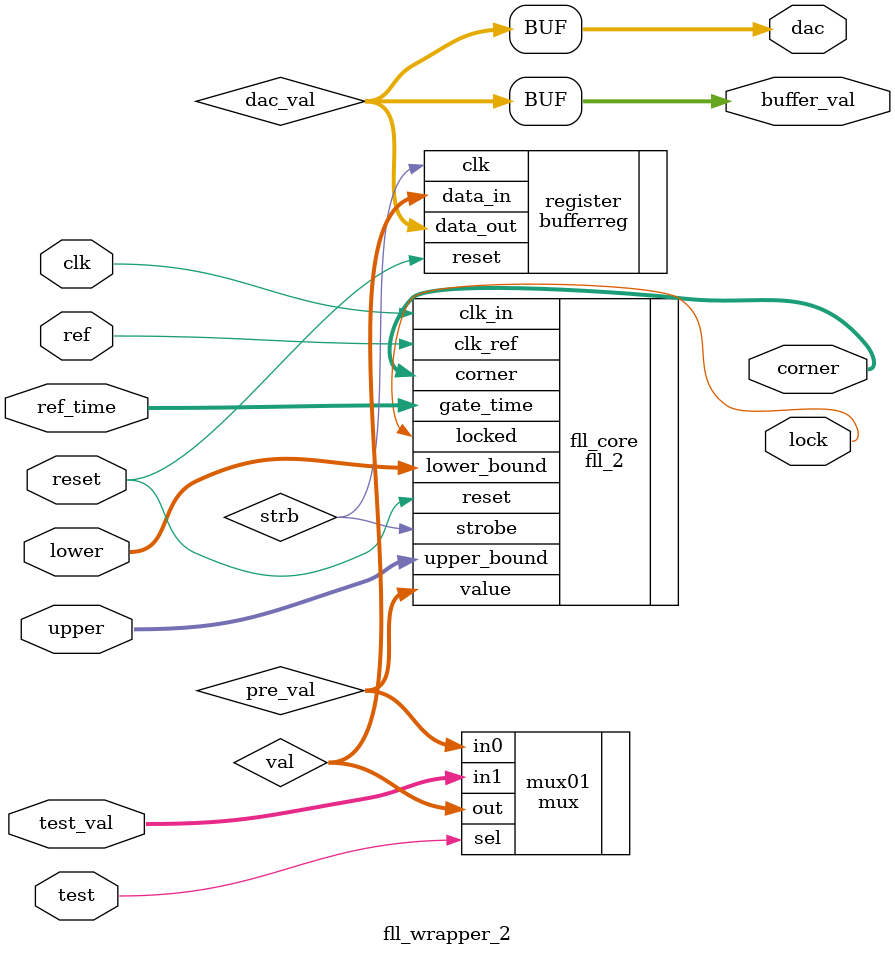
<source format=v>
module fll_wrapper_2
   #(parameter N=10)
   (
    input ref, reset,
    input clk,
    input [N-1:0] upper,
    input [N-1:0] lower,
    input [N-1:0] ref_time,
    input [N-1:0] test_val,
    input test,
    output [N-1:0] buffer_val,
    output [N-1:0] dac,
    output [2:0] corner,
    output lock
   );
   
   reg strb;
   reg[N-1:0] pre_val;
   reg[N-1:0] val;
   reg[N-1:0] dac_val;

fll_2 #(.N(N)) fll_core (.reset(reset), .clk_ref(ref), .clk_in(clk), .lower_bound(lower), .upper_bound(upper), .gate_time(ref_time), .value(pre_val), .strobe(strb), .corner(corner), .locked(lock));
mux #(.N(N)) mux01 (.sel(test), .in0(pre_val), .in1(test_val), .out(val));
bufferreg #(.N(N)) register (.reset(reset), .clk(strb), .data_in(val), .data_out(dac_val));

assign buffer_val = dac_val;//redundant?
assign dac = dac_val;
endmodule
</source>
